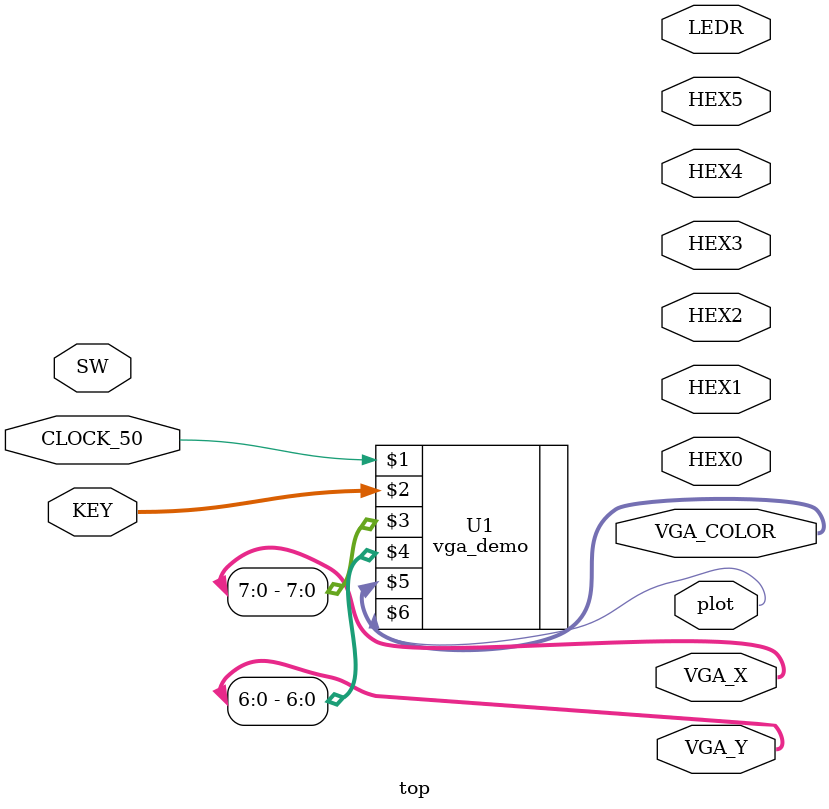
<source format=sv>
`include "resolution.sv" // determine VGA resolution

module top (CLOCK_50, SW, KEY, HEX0, HEX1, HEX2, HEX3, HEX4, HEX5, LEDR, VGA_X, VGA_Y, VGA_COLOR, plot);

    input CLOCK_50;             // DE-series 50 MHz clock signal
    input logic [9:0] SW;        // DE-series switches
    input logic [3:0] KEY;       // DE-series pushbuttons

    output logic [6:0] HEX0;     // DE-series HEX displays
    output logic [6:0] HEX1;
    output logic [6:0] HEX2;
    output logic [6:0] HEX3;
    output logic [6:0] HEX4;
    output logic [6:0] HEX5;

    output logic [9:0] LEDR;     // DE-series LEDs   
    output logic [9:0] VGA_X;
    output logic [8:0] VGA_Y;
    output logic [2:0] VGA_COLOR;
    output logic plot;

    parameter n = `ifdef VGA_640_480 10 `elsif VGA_320_240 9 `else 8 `endif ; // VGA x bitwidth
    vga_demo U1 (CLOCK_50, KEY, VGA_X[n-1:0], VGA_Y[n-2:0], VGA_COLOR, plot);

endmodule


</source>
